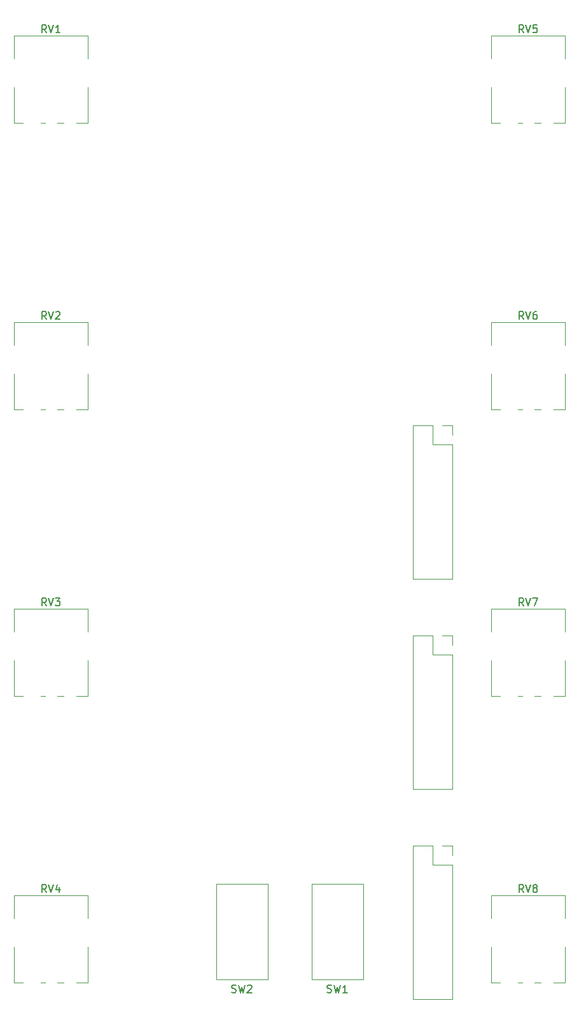
<source format=gbr>
G04 #@! TF.GenerationSoftware,KiCad,Pcbnew,5.1.6-c6e7f7d~86~ubuntu18.04.1*
G04 #@! TF.CreationDate,2020-06-21T16:53:52-04:00*
G04 #@! TF.ProjectId,dual_ADSR,6475616c-5f41-4445-9352-2e6b69636164,rev?*
G04 #@! TF.SameCoordinates,Original*
G04 #@! TF.FileFunction,Legend,Top*
G04 #@! TF.FilePolarity,Positive*
%FSLAX46Y46*%
G04 Gerber Fmt 4.6, Leading zero omitted, Abs format (unit mm)*
G04 Created by KiCad (PCBNEW 5.1.6-c6e7f7d~86~ubuntu18.04.1) date 2020-06-21 16:53:52*
%MOMM*%
%LPD*%
G01*
G04 APERTURE LIST*
%ADD10C,0.120000*%
%ADD11C,0.150000*%
G04 APERTURE END LIST*
D10*
X142180000Y-135830000D02*
X144780000Y-135830000D01*
X142180000Y-135830000D02*
X142180000Y-156270000D01*
X142180000Y-156270000D02*
X147380000Y-156270000D01*
X147380000Y-138430000D02*
X147380000Y-156270000D01*
X144780000Y-138430000D02*
X147380000Y-138430000D01*
X144780000Y-135830000D02*
X144780000Y-138430000D01*
X147380000Y-135830000D02*
X147380000Y-137160000D01*
X146050000Y-135830000D02*
X147380000Y-135830000D01*
X142180000Y-107890000D02*
X144780000Y-107890000D01*
X142180000Y-107890000D02*
X142180000Y-128330000D01*
X142180000Y-128330000D02*
X147380000Y-128330000D01*
X147380000Y-110490000D02*
X147380000Y-128330000D01*
X144780000Y-110490000D02*
X147380000Y-110490000D01*
X144780000Y-107890000D02*
X144780000Y-110490000D01*
X147380000Y-107890000D02*
X147380000Y-109220000D01*
X146050000Y-107890000D02*
X147380000Y-107890000D01*
X142180000Y-79950000D02*
X144780000Y-79950000D01*
X142180000Y-79950000D02*
X142180000Y-100390000D01*
X142180000Y-100390000D02*
X147380000Y-100390000D01*
X147380000Y-82550000D02*
X147380000Y-100390000D01*
X144780000Y-82550000D02*
X147380000Y-82550000D01*
X144780000Y-79950000D02*
X144780000Y-82550000D01*
X147380000Y-79950000D02*
X147380000Y-81280000D01*
X146050000Y-79950000D02*
X147380000Y-79950000D01*
X115950000Y-140970000D02*
X122810000Y-140970000D01*
X122810000Y-140970000D02*
X122810000Y-153670000D01*
X115950000Y-153670000D02*
X122810000Y-153670000D01*
X115950000Y-140970000D02*
X115950000Y-153670000D01*
X128650000Y-140970000D02*
X135510000Y-140970000D01*
X135510000Y-140970000D02*
X135510000Y-153670000D01*
X128650000Y-153670000D02*
X135510000Y-153670000D01*
X128650000Y-140970000D02*
X128650000Y-153670000D01*
X162350000Y-142470000D02*
X152610000Y-142470000D01*
X162350000Y-154060000D02*
X160860000Y-154060000D01*
X162350000Y-145530000D02*
X162350000Y-142470000D01*
X152600000Y-154060000D02*
X152600000Y-149340000D01*
X152610000Y-145530000D02*
X152610000Y-142470000D01*
X162350000Y-154060000D02*
X162350000Y-149340000D01*
X153790000Y-154060000D02*
X152610000Y-154060000D01*
X156690000Y-154060000D02*
X156160000Y-154060000D01*
X159140000Y-154060000D02*
X158310000Y-154060000D01*
X162350000Y-104370000D02*
X152610000Y-104370000D01*
X162350000Y-115960000D02*
X160860000Y-115960000D01*
X162350000Y-107430000D02*
X162350000Y-104370000D01*
X152600000Y-115960000D02*
X152600000Y-111240000D01*
X152610000Y-107430000D02*
X152610000Y-104370000D01*
X162350000Y-115960000D02*
X162350000Y-111240000D01*
X153790000Y-115960000D02*
X152610000Y-115960000D01*
X156690000Y-115960000D02*
X156160000Y-115960000D01*
X159140000Y-115960000D02*
X158310000Y-115960000D01*
X162350000Y-66270000D02*
X152610000Y-66270000D01*
X162350000Y-77860000D02*
X160860000Y-77860000D01*
X162350000Y-69330000D02*
X162350000Y-66270000D01*
X152600000Y-77860000D02*
X152600000Y-73140000D01*
X152610000Y-69330000D02*
X152610000Y-66270000D01*
X162350000Y-77860000D02*
X162350000Y-73140000D01*
X153790000Y-77860000D02*
X152610000Y-77860000D01*
X156690000Y-77860000D02*
X156160000Y-77860000D01*
X159140000Y-77860000D02*
X158310000Y-77860000D01*
X162350000Y-28170000D02*
X152610000Y-28170000D01*
X162350000Y-39760000D02*
X160860000Y-39760000D01*
X162350000Y-31230000D02*
X162350000Y-28170000D01*
X152600000Y-39760000D02*
X152600000Y-35040000D01*
X152610000Y-31230000D02*
X152610000Y-28170000D01*
X162350000Y-39760000D02*
X162350000Y-35040000D01*
X153790000Y-39760000D02*
X152610000Y-39760000D01*
X156690000Y-39760000D02*
X156160000Y-39760000D01*
X159140000Y-39760000D02*
X158310000Y-39760000D01*
X98850000Y-142470000D02*
X89110000Y-142470000D01*
X98850000Y-154060000D02*
X97360000Y-154060000D01*
X98850000Y-145530000D02*
X98850000Y-142470000D01*
X89100000Y-154060000D02*
X89100000Y-149340000D01*
X89110000Y-145530000D02*
X89110000Y-142470000D01*
X98850000Y-154060000D02*
X98850000Y-149340000D01*
X90290000Y-154060000D02*
X89110000Y-154060000D01*
X93190000Y-154060000D02*
X92660000Y-154060000D01*
X95640000Y-154060000D02*
X94810000Y-154060000D01*
X98850000Y-104370000D02*
X89110000Y-104370000D01*
X98850000Y-115960000D02*
X97360000Y-115960000D01*
X98850000Y-107430000D02*
X98850000Y-104370000D01*
X89100000Y-115960000D02*
X89100000Y-111240000D01*
X89110000Y-107430000D02*
X89110000Y-104370000D01*
X98850000Y-115960000D02*
X98850000Y-111240000D01*
X90290000Y-115960000D02*
X89110000Y-115960000D01*
X93190000Y-115960000D02*
X92660000Y-115960000D01*
X95640000Y-115960000D02*
X94810000Y-115960000D01*
X98850000Y-66270000D02*
X89110000Y-66270000D01*
X98850000Y-77860000D02*
X97360000Y-77860000D01*
X98850000Y-69330000D02*
X98850000Y-66270000D01*
X89100000Y-77860000D02*
X89100000Y-73140000D01*
X89110000Y-69330000D02*
X89110000Y-66270000D01*
X98850000Y-77860000D02*
X98850000Y-73140000D01*
X90290000Y-77860000D02*
X89110000Y-77860000D01*
X93190000Y-77860000D02*
X92660000Y-77860000D01*
X95640000Y-77860000D02*
X94810000Y-77860000D01*
X98850000Y-28170000D02*
X89110000Y-28170000D01*
X98850000Y-39760000D02*
X97360000Y-39760000D01*
X98850000Y-31230000D02*
X98850000Y-28170000D01*
X89100000Y-39760000D02*
X89100000Y-35040000D01*
X89110000Y-31230000D02*
X89110000Y-28170000D01*
X98850000Y-39760000D02*
X98850000Y-35040000D01*
X90290000Y-39760000D02*
X89110000Y-39760000D01*
X93190000Y-39760000D02*
X92660000Y-39760000D01*
X95640000Y-39760000D02*
X94810000Y-39760000D01*
D11*
X118046666Y-155344761D02*
X118189523Y-155392380D01*
X118427619Y-155392380D01*
X118522857Y-155344761D01*
X118570476Y-155297142D01*
X118618095Y-155201904D01*
X118618095Y-155106666D01*
X118570476Y-155011428D01*
X118522857Y-154963809D01*
X118427619Y-154916190D01*
X118237142Y-154868571D01*
X118141904Y-154820952D01*
X118094285Y-154773333D01*
X118046666Y-154678095D01*
X118046666Y-154582857D01*
X118094285Y-154487619D01*
X118141904Y-154440000D01*
X118237142Y-154392380D01*
X118475238Y-154392380D01*
X118618095Y-154440000D01*
X118951428Y-154392380D02*
X119189523Y-155392380D01*
X119380000Y-154678095D01*
X119570476Y-155392380D01*
X119808571Y-154392380D01*
X120141904Y-154487619D02*
X120189523Y-154440000D01*
X120284761Y-154392380D01*
X120522857Y-154392380D01*
X120618095Y-154440000D01*
X120665714Y-154487619D01*
X120713333Y-154582857D01*
X120713333Y-154678095D01*
X120665714Y-154820952D01*
X120094285Y-155392380D01*
X120713333Y-155392380D01*
X130746666Y-155344761D02*
X130889523Y-155392380D01*
X131127619Y-155392380D01*
X131222857Y-155344761D01*
X131270476Y-155297142D01*
X131318095Y-155201904D01*
X131318095Y-155106666D01*
X131270476Y-155011428D01*
X131222857Y-154963809D01*
X131127619Y-154916190D01*
X130937142Y-154868571D01*
X130841904Y-154820952D01*
X130794285Y-154773333D01*
X130746666Y-154678095D01*
X130746666Y-154582857D01*
X130794285Y-154487619D01*
X130841904Y-154440000D01*
X130937142Y-154392380D01*
X131175238Y-154392380D01*
X131318095Y-154440000D01*
X131651428Y-154392380D02*
X131889523Y-155392380D01*
X132080000Y-154678095D01*
X132270476Y-155392380D01*
X132508571Y-154392380D01*
X133413333Y-155392380D02*
X132841904Y-155392380D01*
X133127619Y-155392380D02*
X133127619Y-154392380D01*
X133032380Y-154535238D01*
X132937142Y-154630476D01*
X132841904Y-154678095D01*
X156884761Y-142057380D02*
X156551428Y-141581190D01*
X156313333Y-142057380D02*
X156313333Y-141057380D01*
X156694285Y-141057380D01*
X156789523Y-141105000D01*
X156837142Y-141152619D01*
X156884761Y-141247857D01*
X156884761Y-141390714D01*
X156837142Y-141485952D01*
X156789523Y-141533571D01*
X156694285Y-141581190D01*
X156313333Y-141581190D01*
X157170476Y-141057380D02*
X157503809Y-142057380D01*
X157837142Y-141057380D01*
X158313333Y-141485952D02*
X158218095Y-141438333D01*
X158170476Y-141390714D01*
X158122857Y-141295476D01*
X158122857Y-141247857D01*
X158170476Y-141152619D01*
X158218095Y-141105000D01*
X158313333Y-141057380D01*
X158503809Y-141057380D01*
X158599047Y-141105000D01*
X158646666Y-141152619D01*
X158694285Y-141247857D01*
X158694285Y-141295476D01*
X158646666Y-141390714D01*
X158599047Y-141438333D01*
X158503809Y-141485952D01*
X158313333Y-141485952D01*
X158218095Y-141533571D01*
X158170476Y-141581190D01*
X158122857Y-141676428D01*
X158122857Y-141866904D01*
X158170476Y-141962142D01*
X158218095Y-142009761D01*
X158313333Y-142057380D01*
X158503809Y-142057380D01*
X158599047Y-142009761D01*
X158646666Y-141962142D01*
X158694285Y-141866904D01*
X158694285Y-141676428D01*
X158646666Y-141581190D01*
X158599047Y-141533571D01*
X158503809Y-141485952D01*
X156884761Y-103957380D02*
X156551428Y-103481190D01*
X156313333Y-103957380D02*
X156313333Y-102957380D01*
X156694285Y-102957380D01*
X156789523Y-103005000D01*
X156837142Y-103052619D01*
X156884761Y-103147857D01*
X156884761Y-103290714D01*
X156837142Y-103385952D01*
X156789523Y-103433571D01*
X156694285Y-103481190D01*
X156313333Y-103481190D01*
X157170476Y-102957380D02*
X157503809Y-103957380D01*
X157837142Y-102957380D01*
X158075238Y-102957380D02*
X158741904Y-102957380D01*
X158313333Y-103957380D01*
X156884761Y-65857380D02*
X156551428Y-65381190D01*
X156313333Y-65857380D02*
X156313333Y-64857380D01*
X156694285Y-64857380D01*
X156789523Y-64905000D01*
X156837142Y-64952619D01*
X156884761Y-65047857D01*
X156884761Y-65190714D01*
X156837142Y-65285952D01*
X156789523Y-65333571D01*
X156694285Y-65381190D01*
X156313333Y-65381190D01*
X157170476Y-64857380D02*
X157503809Y-65857380D01*
X157837142Y-64857380D01*
X158599047Y-64857380D02*
X158408571Y-64857380D01*
X158313333Y-64905000D01*
X158265714Y-64952619D01*
X158170476Y-65095476D01*
X158122857Y-65285952D01*
X158122857Y-65666904D01*
X158170476Y-65762142D01*
X158218095Y-65809761D01*
X158313333Y-65857380D01*
X158503809Y-65857380D01*
X158599047Y-65809761D01*
X158646666Y-65762142D01*
X158694285Y-65666904D01*
X158694285Y-65428809D01*
X158646666Y-65333571D01*
X158599047Y-65285952D01*
X158503809Y-65238333D01*
X158313333Y-65238333D01*
X158218095Y-65285952D01*
X158170476Y-65333571D01*
X158122857Y-65428809D01*
X156884761Y-27757380D02*
X156551428Y-27281190D01*
X156313333Y-27757380D02*
X156313333Y-26757380D01*
X156694285Y-26757380D01*
X156789523Y-26805000D01*
X156837142Y-26852619D01*
X156884761Y-26947857D01*
X156884761Y-27090714D01*
X156837142Y-27185952D01*
X156789523Y-27233571D01*
X156694285Y-27281190D01*
X156313333Y-27281190D01*
X157170476Y-26757380D02*
X157503809Y-27757380D01*
X157837142Y-26757380D01*
X158646666Y-26757380D02*
X158170476Y-26757380D01*
X158122857Y-27233571D01*
X158170476Y-27185952D01*
X158265714Y-27138333D01*
X158503809Y-27138333D01*
X158599047Y-27185952D01*
X158646666Y-27233571D01*
X158694285Y-27328809D01*
X158694285Y-27566904D01*
X158646666Y-27662142D01*
X158599047Y-27709761D01*
X158503809Y-27757380D01*
X158265714Y-27757380D01*
X158170476Y-27709761D01*
X158122857Y-27662142D01*
X93384761Y-142057380D02*
X93051428Y-141581190D01*
X92813333Y-142057380D02*
X92813333Y-141057380D01*
X93194285Y-141057380D01*
X93289523Y-141105000D01*
X93337142Y-141152619D01*
X93384761Y-141247857D01*
X93384761Y-141390714D01*
X93337142Y-141485952D01*
X93289523Y-141533571D01*
X93194285Y-141581190D01*
X92813333Y-141581190D01*
X93670476Y-141057380D02*
X94003809Y-142057380D01*
X94337142Y-141057380D01*
X95099047Y-141390714D02*
X95099047Y-142057380D01*
X94860952Y-141009761D02*
X94622857Y-141724047D01*
X95241904Y-141724047D01*
X93384761Y-103957380D02*
X93051428Y-103481190D01*
X92813333Y-103957380D02*
X92813333Y-102957380D01*
X93194285Y-102957380D01*
X93289523Y-103005000D01*
X93337142Y-103052619D01*
X93384761Y-103147857D01*
X93384761Y-103290714D01*
X93337142Y-103385952D01*
X93289523Y-103433571D01*
X93194285Y-103481190D01*
X92813333Y-103481190D01*
X93670476Y-102957380D02*
X94003809Y-103957380D01*
X94337142Y-102957380D01*
X94575238Y-102957380D02*
X95194285Y-102957380D01*
X94860952Y-103338333D01*
X95003809Y-103338333D01*
X95099047Y-103385952D01*
X95146666Y-103433571D01*
X95194285Y-103528809D01*
X95194285Y-103766904D01*
X95146666Y-103862142D01*
X95099047Y-103909761D01*
X95003809Y-103957380D01*
X94718095Y-103957380D01*
X94622857Y-103909761D01*
X94575238Y-103862142D01*
X93384761Y-65857380D02*
X93051428Y-65381190D01*
X92813333Y-65857380D02*
X92813333Y-64857380D01*
X93194285Y-64857380D01*
X93289523Y-64905000D01*
X93337142Y-64952619D01*
X93384761Y-65047857D01*
X93384761Y-65190714D01*
X93337142Y-65285952D01*
X93289523Y-65333571D01*
X93194285Y-65381190D01*
X92813333Y-65381190D01*
X93670476Y-64857380D02*
X94003809Y-65857380D01*
X94337142Y-64857380D01*
X94622857Y-64952619D02*
X94670476Y-64905000D01*
X94765714Y-64857380D01*
X95003809Y-64857380D01*
X95099047Y-64905000D01*
X95146666Y-64952619D01*
X95194285Y-65047857D01*
X95194285Y-65143095D01*
X95146666Y-65285952D01*
X94575238Y-65857380D01*
X95194285Y-65857380D01*
X93384761Y-27757380D02*
X93051428Y-27281190D01*
X92813333Y-27757380D02*
X92813333Y-26757380D01*
X93194285Y-26757380D01*
X93289523Y-26805000D01*
X93337142Y-26852619D01*
X93384761Y-26947857D01*
X93384761Y-27090714D01*
X93337142Y-27185952D01*
X93289523Y-27233571D01*
X93194285Y-27281190D01*
X92813333Y-27281190D01*
X93670476Y-26757380D02*
X94003809Y-27757380D01*
X94337142Y-26757380D01*
X95194285Y-27757380D02*
X94622857Y-27757380D01*
X94908571Y-27757380D02*
X94908571Y-26757380D01*
X94813333Y-26900238D01*
X94718095Y-26995476D01*
X94622857Y-27043095D01*
M02*

</source>
